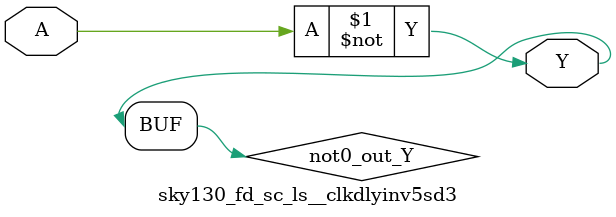
<source format=v>
/*
 * Copyright 2020 The SkyWater PDK Authors
 *
 * Licensed under the Apache License, Version 2.0 (the "License");
 * you may not use this file except in compliance with the License.
 * You may obtain a copy of the License at
 *
 *     https://www.apache.org/licenses/LICENSE-2.0
 *
 * Unless required by applicable law or agreed to in writing, software
 * distributed under the License is distributed on an "AS IS" BASIS,
 * WITHOUT WARRANTIES OR CONDITIONS OF ANY KIND, either express or implied.
 * See the License for the specific language governing permissions and
 * limitations under the License.
 *
 * SPDX-License-Identifier: Apache-2.0
*/


`ifndef SKY130_FD_SC_LS__CLKDLYINV5SD3_FUNCTIONAL_V
`define SKY130_FD_SC_LS__CLKDLYINV5SD3_FUNCTIONAL_V

/**
 * clkdlyinv5sd3: Clock Delay Inverter 5-stage 0.50um length inner
 *                stage gate.
 *
 * Verilog simulation functional model.
 */

`timescale 1ns / 1ps
`default_nettype none

`celldefine
module sky130_fd_sc_ls__clkdlyinv5sd3 (
    Y,
    A
);

    // Module ports
    output Y;
    input  A;

    // Local signals
    wire not0_out_Y;

    //  Name  Output      Other arguments
    not not0 (not0_out_Y, A              );
    buf buf0 (Y         , not0_out_Y     );

endmodule
`endcelldefine

`default_nettype wire
`endif  // SKY130_FD_SC_LS__CLKDLYINV5SD3_FUNCTIONAL_V

</source>
